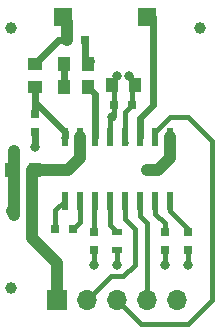
<source format=gtl>
%TF.GenerationSoftware,KiCad,Pcbnew,4.0.7*%
%TF.CreationDate,2018-10-01T17:52:14+02:00*%
%TF.ProjectId,RFID_BOARD_V3_EM4095,524649445F424F4152445F56335F454D,rev?*%
%TF.FileFunction,Copper,L1,Top,Signal*%
%FSLAX46Y46*%
G04 Gerber Fmt 4.6, Leading zero omitted, Abs format (unit mm)*
G04 Created by KiCad (PCBNEW 4.0.7) date 2018 October 01, Monday 17:52:14*
%MOMM*%
%LPD*%
G01*
G04 APERTURE LIST*
%ADD10C,0.100000*%
%ADD11C,1.000000*%
%ADD12R,0.750000X0.800000*%
%ADD13R,0.600000X1.500000*%
%ADD14R,0.800000X0.750000*%
%ADD15R,1.250000X1.000000*%
%ADD16R,1.000000X1.250000*%
%ADD17R,1.700000X1.700000*%
%ADD18O,1.700000X1.700000*%
%ADD19R,0.900000X0.500000*%
%ADD20R,1.500000X1.500000*%
%ADD21C,0.800000*%
%ADD22C,1.000000*%
%ADD23C,0.400000*%
%ADD24C,0.600000*%
%ADD25C,0.250000*%
%ADD26C,0.500000*%
G04 APERTURE END LIST*
D10*
D11*
X151000000Y-100500000D03*
X167000000Y-100500000D03*
D12*
X166000000Y-119250000D03*
X166000000Y-117750000D03*
X164000000Y-117750000D03*
X164000000Y-119250000D03*
X158000000Y-119250000D03*
X158000000Y-117750000D03*
D13*
X164445000Y-109700000D03*
X163175000Y-109700000D03*
X161905000Y-109700000D03*
X160635000Y-109700000D03*
X159365000Y-109700000D03*
X158095000Y-109700000D03*
X156825000Y-109700000D03*
X155555000Y-109700000D03*
X155555000Y-115100000D03*
X156825000Y-115100000D03*
X158095000Y-115100000D03*
X159365000Y-115100000D03*
X160635000Y-115100000D03*
X161905000Y-115100000D03*
X163175000Y-115100000D03*
X164445000Y-115100000D03*
D14*
X151250000Y-114500000D03*
X152750000Y-114500000D03*
X154750000Y-117500000D03*
X156250000Y-117500000D03*
D15*
X153000000Y-105500000D03*
X153000000Y-103500000D03*
D12*
X153000000Y-109250000D03*
X153000000Y-107750000D03*
D16*
X155500000Y-103500000D03*
X157500000Y-103500000D03*
X157500000Y-105500000D03*
X155500000Y-105500000D03*
D17*
X154880000Y-123500000D03*
D18*
X157420000Y-123500000D03*
X159960000Y-123500000D03*
X162500000Y-123500000D03*
X165040000Y-123500000D03*
D19*
X160000000Y-119250000D03*
X160000000Y-117750000D03*
D14*
X157250000Y-101500000D03*
X155750000Y-101500000D03*
X161250000Y-107000000D03*
X159750000Y-107000000D03*
D20*
X162500000Y-99500000D03*
X155400000Y-99500000D03*
D11*
X151000000Y-122500000D03*
D16*
X161500000Y-105300000D03*
X159500000Y-105300000D03*
X151000000Y-112500000D03*
X153000000Y-112500000D03*
D21*
X151200000Y-116300000D03*
X151200000Y-110900000D03*
X160000000Y-104500000D03*
D11*
X162500000Y-112500000D03*
D21*
X166000000Y-120500000D03*
X164000000Y-120500000D03*
X160000000Y-120500000D03*
X158000000Y-120500000D03*
X153000000Y-110500000D03*
X159500000Y-108000000D03*
X161000000Y-104500000D03*
D22*
X151200000Y-110900000D02*
X151200000Y-112300000D01*
X151200000Y-112300000D02*
X151000000Y-112500000D01*
X151200000Y-116134315D02*
X151200000Y-116300000D01*
X151065685Y-116000000D02*
X151200000Y-116134315D01*
X151250000Y-110950000D02*
X151200000Y-110900000D01*
X151250000Y-114500000D02*
X151250000Y-110950000D01*
D23*
X159750000Y-105500000D02*
X159750000Y-107000000D01*
X159750000Y-107000000D02*
X159750000Y-107750000D01*
X159750000Y-107750000D02*
X159500000Y-108000000D01*
X159365000Y-109700000D02*
X159365000Y-108135000D01*
X159750000Y-104750000D02*
X160000000Y-104500000D01*
X159750000Y-105500000D02*
X159750000Y-104750000D01*
D22*
X163207106Y-112500000D02*
X162500000Y-112500000D01*
X163395000Y-112500000D02*
X163207106Y-112500000D01*
X164445000Y-111450000D02*
X163395000Y-112500000D01*
X164445000Y-109700000D02*
X164445000Y-111450000D01*
D23*
X166000000Y-119250000D02*
X166000000Y-120500000D01*
X164000000Y-119250000D02*
X164000000Y-120500000D01*
X160000000Y-119250000D02*
X160000000Y-120500000D01*
X158000000Y-119250000D02*
X158000000Y-120500000D01*
D22*
X151125000Y-116000000D02*
X151065685Y-116000000D01*
X151250000Y-115875000D02*
X151125000Y-116000000D01*
X151250000Y-114500000D02*
X151250000Y-115875000D01*
X151250000Y-115815685D02*
X151065685Y-116000000D01*
X151250000Y-115750000D02*
X151250000Y-115815685D01*
D24*
X153000000Y-109250000D02*
X153000000Y-110500000D01*
D25*
X159365000Y-108135000D02*
X159500000Y-108000000D01*
D22*
X152750000Y-118250000D02*
X154880000Y-120380000D01*
X154880000Y-120380000D02*
X154880000Y-123500000D01*
X152750000Y-114500000D02*
X152750000Y-118250000D01*
D23*
X160635000Y-109700000D02*
X160635000Y-107615000D01*
X160635000Y-107615000D02*
X161250000Y-107000000D01*
X161250000Y-105500000D02*
X161250000Y-107000000D01*
D22*
X156825000Y-109700000D02*
X156825000Y-111450000D01*
X156825000Y-111450000D02*
X155775000Y-112500000D01*
X155775000Y-112500000D02*
X152750000Y-112500000D01*
D23*
X161250000Y-105500000D02*
X161250000Y-104750000D01*
X161250000Y-104750000D02*
X161000000Y-104500000D01*
D22*
X152750000Y-113000000D02*
X152750000Y-114500000D01*
X152750000Y-113000000D02*
X152750000Y-112500000D01*
X152750000Y-113000000D02*
X152750000Y-112750000D01*
D26*
X160635000Y-109700000D02*
X160635000Y-110150000D01*
X160635000Y-110150000D02*
X160700000Y-110215000D01*
D22*
X155750000Y-101500000D02*
X155750000Y-100500000D01*
X155750000Y-100500000D02*
X155750000Y-100000000D01*
D25*
X155400000Y-99500000D02*
X155400000Y-100150000D01*
X155400000Y-100150000D02*
X155750000Y-100500000D01*
D24*
X155750000Y-101500000D02*
X155000000Y-101500000D01*
X155000000Y-101500000D02*
X153000000Y-103500000D01*
D23*
X163175000Y-115100000D02*
X163175000Y-116175000D01*
X163175000Y-116175000D02*
X164000000Y-117000000D01*
X164000000Y-117000000D02*
X164000000Y-117750000D01*
X158000000Y-117750000D02*
X158000000Y-115195000D01*
X158000000Y-115195000D02*
X158095000Y-115100000D01*
X156250000Y-117500000D02*
X156825000Y-116925000D01*
X156825000Y-116925000D02*
X156825000Y-115100000D01*
X162500000Y-125500000D02*
X166000000Y-125500000D01*
X162500000Y-125500000D02*
X161960000Y-125500000D01*
X161960000Y-125500000D02*
X159960000Y-123500000D01*
X166000000Y-125500000D02*
X168000000Y-123500000D01*
X168000000Y-123500000D02*
X168000000Y-110000000D01*
X168000000Y-110000000D02*
X166000000Y-108000000D01*
X164425000Y-108000000D02*
X163175000Y-109250000D01*
X166000000Y-108000000D02*
X164425000Y-108000000D01*
X163175000Y-109250000D02*
X163175000Y-109700000D01*
X160500000Y-121500000D02*
X159420000Y-121500000D01*
X159420000Y-121500000D02*
X157420000Y-123500000D01*
X160635000Y-115100000D02*
X160635000Y-116635000D01*
X160635000Y-116635000D02*
X161500000Y-117500000D01*
X161500000Y-117500000D02*
X161500000Y-120500000D01*
X161500000Y-120500000D02*
X160500000Y-121500000D01*
X162500000Y-121080000D02*
X162500000Y-123500000D01*
X161905000Y-115100000D02*
X161905000Y-116405000D01*
X161905000Y-116405000D02*
X162500000Y-117000000D01*
X162500000Y-117000000D02*
X162500000Y-121080000D01*
D24*
X153000000Y-106500000D02*
X153000000Y-107750000D01*
X153000000Y-106695000D02*
X155555000Y-109250000D01*
X153000000Y-105500000D02*
X153000000Y-106500000D01*
X153000000Y-106500000D02*
X153000000Y-106695000D01*
X155555000Y-109250000D02*
X155555000Y-109700000D01*
D26*
X155505000Y-109750000D02*
X155555000Y-109700000D01*
D23*
X166000000Y-117750000D02*
X166000000Y-117500000D01*
X166000000Y-117500000D02*
X164445000Y-115945000D01*
X164445000Y-115945000D02*
X164445000Y-115100000D01*
X154750000Y-117500000D02*
X154750000Y-115905000D01*
X154750000Y-115905000D02*
X155555000Y-115100000D01*
D24*
X157250000Y-101500000D02*
X157250000Y-103250000D01*
X157250000Y-103250000D02*
X157500000Y-103500000D01*
X157750000Y-103250000D02*
X157500000Y-103500000D01*
X155500000Y-103500000D02*
X155500000Y-105500000D01*
X157500000Y-105500000D02*
X158095000Y-106095000D01*
X158095000Y-106095000D02*
X158095000Y-109700000D01*
D23*
X160000000Y-117750000D02*
X159365000Y-117115000D01*
X159365000Y-117115000D02*
X159365000Y-115100000D01*
D24*
X163000000Y-107010035D02*
X163000000Y-99500000D01*
X161905000Y-109700000D02*
X161905000Y-108105035D01*
X161905000Y-108105035D02*
X163000000Y-107010035D01*
X163000000Y-99500000D02*
X162500000Y-99500000D01*
M02*

</source>
